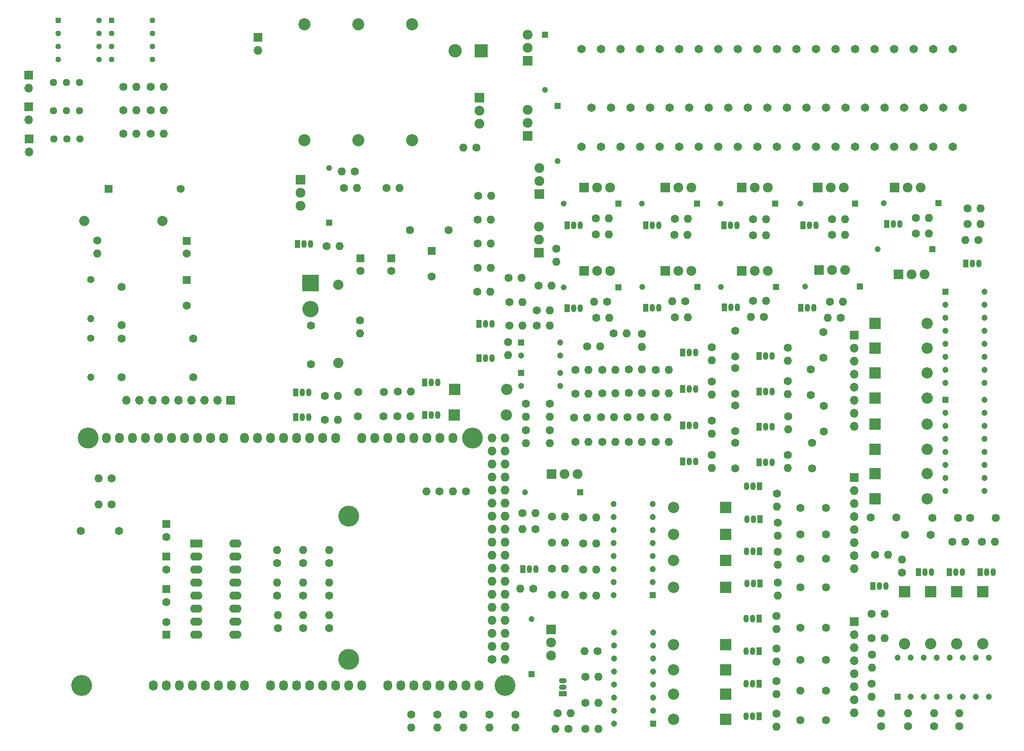
<source format=gbr>
G04 #@! TF.GenerationSoftware,KiCad,Pcbnew,(6.0.0)*
G04 #@! TF.CreationDate,2022-05-11T19:18:30-07:00*
G04 #@! TF.ProjectId,CampKeen,43616d70-4b65-4656-9e2e-6b696361645f,rev?*
G04 #@! TF.SameCoordinates,Original*
G04 #@! TF.FileFunction,Soldermask,Bot*
G04 #@! TF.FilePolarity,Negative*
%FSLAX46Y46*%
G04 Gerber Fmt 4.6, Leading zero omitted, Abs format (unit mm)*
G04 Created by KiCad (PCBNEW (6.0.0)) date 2022-05-11 19:18:30*
%MOMM*%
%LPD*%
G01*
G04 APERTURE LIST*
%ADD10C,1.727200*%
%ADD11O,1.727200X1.727200*%
%ADD12O,1.727200X2.032000*%
%ADD13C,4.064000*%
%ADD14C,1.600000*%
%ADD15R,1.600000X1.600000*%
%ADD16R,2.600000X2.600000*%
%ADD17C,2.600000*%
%ADD18C,1.650000*%
%ADD19R,1.700000X1.700000*%
%ADD20O,1.700000X1.700000*%
%ADD21C,2.000000*%
%ADD22O,2.000000X2.000000*%
%ADD23O,1.600000X1.600000*%
%ADD24C,2.360000*%
%ADD25R,2.400000X1.600000*%
%ADD26O,2.400000X1.600000*%
%ADD27R,1.575000X1.575000*%
%ADD28C,1.575000*%
%ADD29C,1.400000*%
%ADD30O,1.400000X1.400000*%
%ADD31R,3.200000X3.200000*%
%ADD32O,3.200000X3.200000*%
%ADD33R,1.920000X1.920000*%
%ADD34C,1.920000*%
%ADD35R,2.200000X2.200000*%
%ADD36O,2.200000X2.200000*%
%ADD37R,1.130000X1.130000*%
%ADD38C,1.130000*%
%ADD39R,1.200000X1.200000*%
%ADD40C,1.200000*%
%ADD41R,1.500000X1.050000*%
%ADD42O,1.500000X1.050000*%
%ADD43R,1.050000X1.500000*%
%ADD44O,1.050000X1.500000*%
%ADD45C,1.440000*%
%ADD46R,1.150000X1.150000*%
%ADD47C,1.150000*%
G04 APERTURE END LIST*
D10*
X195153000Y-219416000D03*
D11*
X197693000Y-219416000D03*
X195153000Y-216876000D03*
X197693000Y-216876000D03*
X195153000Y-214336000D03*
X197693000Y-214336000D03*
X195153000Y-211796000D03*
X197693000Y-211796000D03*
X195153000Y-209256000D03*
X197693000Y-209256000D03*
X195153000Y-206716000D03*
X197693000Y-206716000D03*
X195153000Y-204176000D03*
X197693000Y-204176000D03*
X195153000Y-201636000D03*
X197693000Y-201636000D03*
X195153000Y-199096000D03*
X197693000Y-199096000D03*
X195153000Y-196556000D03*
X197693000Y-196556000D03*
X195153000Y-194016000D03*
X197693000Y-194016000D03*
X195153000Y-191476000D03*
X197693000Y-191476000D03*
X195153000Y-188936000D03*
X197693000Y-188936000D03*
X195153000Y-186396000D03*
X197693000Y-186396000D03*
X195153000Y-183856000D03*
X197693000Y-183856000D03*
X195153000Y-181316000D03*
X197693000Y-181316000D03*
X195153000Y-178776000D03*
X197693000Y-178776000D03*
X195153000Y-176236000D03*
X197693000Y-176236000D03*
D12*
X129113000Y-224496000D03*
X131653000Y-224496000D03*
X134193000Y-224496000D03*
X136733000Y-224496000D03*
X139273000Y-224496000D03*
X141813000Y-224496000D03*
X144353000Y-224496000D03*
X146893000Y-224496000D03*
X151973000Y-224496000D03*
X154513000Y-224496000D03*
X157053000Y-224496000D03*
X159593000Y-224496000D03*
X162133000Y-224496000D03*
X164673000Y-224496000D03*
X167213000Y-224496000D03*
X169753000Y-224496000D03*
X174833000Y-224496000D03*
X177373000Y-224496000D03*
X179913000Y-224496000D03*
X182453000Y-224496000D03*
X184993000Y-224496000D03*
X187533000Y-224496000D03*
X190073000Y-224496000D03*
X192613000Y-224496000D03*
X119969000Y-176236000D03*
X122509000Y-176236000D03*
X125049000Y-176236000D03*
X127589000Y-176236000D03*
X130129000Y-176236000D03*
X132669000Y-176236000D03*
X135209000Y-176236000D03*
X137749000Y-176236000D03*
X140289000Y-176236000D03*
X142829000Y-176236000D03*
X146893000Y-176236000D03*
X149433000Y-176236000D03*
X151973000Y-176236000D03*
X154513000Y-176236000D03*
X157053000Y-176236000D03*
X159593000Y-176236000D03*
X162133000Y-176236000D03*
X164673000Y-176236000D03*
X169753000Y-176236000D03*
X172293000Y-176236000D03*
X174833000Y-176236000D03*
X177373000Y-176236000D03*
X179913000Y-176236000D03*
X182453000Y-176236000D03*
X184993000Y-176236000D03*
X187533000Y-176236000D03*
D13*
X115143000Y-224496000D03*
X167213000Y-219416000D03*
X197693000Y-224496000D03*
X116413000Y-176236000D03*
X167213000Y-191476000D03*
X191343000Y-176236000D03*
D14*
X179170000Y-135640400D03*
X186670000Y-135640400D03*
X159861000Y-154329000D03*
X159861000Y-161829000D03*
D15*
X169486900Y-141164800D03*
D14*
X169486900Y-143664800D03*
D15*
X183409200Y-139716700D03*
D14*
X183409200Y-144716700D03*
X122428000Y-194310000D03*
X114928000Y-194310000D03*
D15*
X131653000Y-199350000D03*
D14*
X131653000Y-201850000D03*
D15*
X131653000Y-214590000D03*
D14*
X131653000Y-212090000D03*
D15*
X131653000Y-205700000D03*
D14*
X131653000Y-208200000D03*
D15*
X131653000Y-193000000D03*
D14*
X131653000Y-195500000D03*
D16*
X193026000Y-100701500D03*
D17*
X187946000Y-100701500D03*
D18*
X224028000Y-119380000D03*
X225928000Y-111760000D03*
X224028000Y-100330000D03*
X220218000Y-119380000D03*
X222118000Y-111760000D03*
X220218000Y-100330000D03*
X216408000Y-119380000D03*
X218308000Y-111760000D03*
X216408000Y-100330000D03*
X212598000Y-119380000D03*
X214498000Y-111760000D03*
X212598000Y-100330000D03*
X269748000Y-119380000D03*
X271648000Y-111760000D03*
X269748000Y-100330000D03*
X265938000Y-119380000D03*
X267838000Y-111760000D03*
X265938000Y-100330000D03*
X262128000Y-119380000D03*
X264028000Y-111760000D03*
X262128000Y-100330000D03*
X258318000Y-119380000D03*
X260218000Y-111760000D03*
X258318000Y-100330000D03*
X239268000Y-119380000D03*
X241168000Y-111760000D03*
X239268000Y-100330000D03*
X235458000Y-119380000D03*
X237358000Y-111760000D03*
X235458000Y-100330000D03*
X231648000Y-119380000D03*
X233548000Y-111760000D03*
X231648000Y-100330000D03*
X227838000Y-119380000D03*
X229738000Y-111760000D03*
X227838000Y-100330000D03*
D19*
X265765000Y-156170000D03*
D20*
X265765000Y-158710000D03*
X265765000Y-161250000D03*
X265765000Y-163790000D03*
X265765000Y-166330000D03*
X265765000Y-168870000D03*
X265765000Y-171410000D03*
X265765000Y-173950000D03*
D19*
X265765000Y-212050000D03*
D20*
X265765000Y-214590000D03*
X265765000Y-217130000D03*
X265765000Y-219670000D03*
X265765000Y-222210000D03*
X265765000Y-224750000D03*
X265765000Y-227290000D03*
X265765000Y-229830000D03*
D19*
X265765000Y-183905000D03*
D20*
X265765000Y-186445000D03*
X265765000Y-188985000D03*
X265765000Y-191525000D03*
X265765000Y-194065000D03*
X265765000Y-196605000D03*
X265765000Y-199145000D03*
X265765000Y-201685000D03*
D21*
X165185800Y-146307300D03*
D22*
X165185800Y-161547300D03*
D14*
X169404200Y-153310400D03*
D23*
X169404200Y-155850400D03*
D14*
X120985000Y-184110000D03*
D23*
X118445000Y-184110000D03*
D14*
X120985000Y-189190000D03*
D23*
X118445000Y-189190000D03*
D24*
X179552400Y-95581200D03*
X179552400Y-118181200D03*
D25*
X137495000Y-196810000D03*
D26*
X137495000Y-199350000D03*
X137495000Y-201890000D03*
X137495000Y-204430000D03*
X137495000Y-206970000D03*
X137495000Y-209510000D03*
X137495000Y-212050000D03*
X137495000Y-214590000D03*
X145115000Y-214590000D03*
X145115000Y-212050000D03*
X145115000Y-209510000D03*
X145115000Y-206970000D03*
X145115000Y-204430000D03*
X145115000Y-201890000D03*
X145115000Y-199350000D03*
X145115000Y-196810000D03*
D18*
X254508000Y-119380000D03*
X256408000Y-111760000D03*
X254508000Y-100330000D03*
X250698000Y-119380000D03*
X252598000Y-111760000D03*
X250698000Y-100330000D03*
X246888000Y-119380000D03*
X248788000Y-111760000D03*
X246888000Y-100330000D03*
X243078000Y-119380000D03*
X244978000Y-111760000D03*
X243078000Y-100330000D03*
D14*
X122915000Y-156840200D03*
X122915000Y-164340200D03*
X122915000Y-154260200D03*
X122915000Y-146760200D03*
X136885000Y-156840200D03*
X136885000Y-164340200D03*
D15*
X135615000Y-137790200D03*
D14*
X135615000Y-140290200D03*
D15*
X135615000Y-145410200D03*
D14*
X135615000Y-150410200D03*
D15*
X175473500Y-141164800D03*
D14*
X175473500Y-143664800D03*
D27*
X120375000Y-127630200D03*
D28*
X134475000Y-127630200D03*
D21*
X130870000Y-133940200D03*
D22*
X115630000Y-133940200D03*
D14*
X118170000Y-137750200D03*
D23*
X118170000Y-140290200D03*
D29*
X116900000Y-156800200D03*
D30*
X116900000Y-164420200D03*
D29*
X116900000Y-145370200D03*
D30*
X116900000Y-152990200D03*
D31*
X159766200Y-146010200D03*
D32*
X159766200Y-151090200D03*
D33*
X192676000Y-109894400D03*
D34*
X192676000Y-112434400D03*
X192676000Y-114974400D03*
D14*
X192065700Y-119630700D03*
D23*
X189525700Y-119630700D03*
D19*
X144205000Y-168865200D03*
D20*
X141665000Y-168865200D03*
X139125000Y-168865200D03*
X136585000Y-168865200D03*
X134045000Y-168865200D03*
X131505000Y-168865200D03*
X128965000Y-168865200D03*
X126425000Y-168865200D03*
X123885000Y-168865200D03*
D18*
X284988000Y-119380000D03*
X286888000Y-111760000D03*
X284988000Y-100330000D03*
X281178000Y-119380000D03*
X283078000Y-111760000D03*
X281178000Y-100330000D03*
X277368000Y-119380000D03*
X279268000Y-111760000D03*
X277368000Y-100330000D03*
X273558000Y-119380000D03*
X275458000Y-111760000D03*
X273558000Y-100330000D03*
D24*
X169058859Y-95576059D03*
X169058859Y-118176059D03*
D14*
X255238900Y-231305000D03*
X260238900Y-231305000D03*
X255238900Y-225480400D03*
X260238900Y-225480400D03*
X255238900Y-219496300D03*
X260238900Y-219496300D03*
X255238900Y-213272800D03*
X260238900Y-213272800D03*
X255238900Y-205334400D03*
X260238900Y-205334400D03*
X255238900Y-199749200D03*
X260238900Y-199749200D03*
X255238900Y-189855400D03*
X260238900Y-189855400D03*
X255238900Y-195015000D03*
X260238900Y-195015000D03*
X268936700Y-191762600D03*
X273936700Y-191762600D03*
X288350700Y-191823900D03*
X293350700Y-191823900D03*
X275641600Y-195151700D03*
X280641600Y-195151700D03*
X280994500Y-191807700D03*
X285994500Y-191807700D03*
X259789000Y-155594600D03*
X259789000Y-160594600D03*
X257329700Y-162812500D03*
X257329700Y-167812500D03*
X259811300Y-169981400D03*
X259811300Y-174981400D03*
X257571100Y-177164100D03*
X257571100Y-182164100D03*
X242546100Y-155355000D03*
X242546100Y-160355000D03*
X242546100Y-162619600D03*
X242546100Y-167619600D03*
X169105700Y-167258900D03*
X174105700Y-167258900D03*
X169009800Y-172008200D03*
X174009800Y-172008200D03*
X242546100Y-169884100D03*
X242546100Y-174884100D03*
X242561800Y-177164100D03*
X242561800Y-182164100D03*
D35*
X240680900Y-231125800D03*
D36*
X230520900Y-231125800D03*
D35*
X269853100Y-173532700D03*
D36*
X280013100Y-173532700D03*
D35*
X240680900Y-226209700D03*
D36*
X230520900Y-226209700D03*
D35*
X240680900Y-216544100D03*
D36*
X230520900Y-216544100D03*
D35*
X240680900Y-221420000D03*
D36*
X230520900Y-221420000D03*
D35*
X240680900Y-205352800D03*
D36*
X230520900Y-205352800D03*
D35*
X240680900Y-195033400D03*
D36*
X230520900Y-195033400D03*
D35*
X240680900Y-200139900D03*
D36*
X230520900Y-200139900D03*
D35*
X240680900Y-189820600D03*
D36*
X230520900Y-189820600D03*
D35*
X275620200Y-206197400D03*
D36*
X275620200Y-216357400D03*
D35*
X280700200Y-206197400D03*
D36*
X280700200Y-216357400D03*
D35*
X285780200Y-206197400D03*
D36*
X285780200Y-216357400D03*
D35*
X290860200Y-206197400D03*
D36*
X290860200Y-216357400D03*
D35*
X269853100Y-178457200D03*
D36*
X280013100Y-178457200D03*
D35*
X269853100Y-183182700D03*
D36*
X280013100Y-183182700D03*
D35*
X269853100Y-188119400D03*
D36*
X280013100Y-188119400D03*
D35*
X187844900Y-166746900D03*
D36*
X198004900Y-166746900D03*
D35*
X187773600Y-171742900D03*
D36*
X197933600Y-171742900D03*
D35*
X269853100Y-153902800D03*
D36*
X280013100Y-153902800D03*
D35*
X269853100Y-158714300D03*
D36*
X280013100Y-158714300D03*
D35*
X269853100Y-163542200D03*
D36*
X280013100Y-163542200D03*
D35*
X269853100Y-168457600D03*
D36*
X280013100Y-168457600D03*
D37*
X121009000Y-94810400D03*
D38*
X121009000Y-97350400D03*
X121009000Y-99890400D03*
X121009000Y-102430400D03*
X128949000Y-102430400D03*
X128949000Y-99890400D03*
X128949000Y-97350400D03*
X128949000Y-94810400D03*
D37*
X110543800Y-94810400D03*
D38*
X110543800Y-97350400D03*
X110543800Y-99890400D03*
X110543800Y-102430400D03*
X118483800Y-102430400D03*
X118483800Y-99890400D03*
X118483800Y-97350400D03*
X118483800Y-94810400D03*
D39*
X200847400Y-157646900D03*
D40*
X200847400Y-160186900D03*
X208467400Y-160186900D03*
X208467400Y-157646900D03*
D39*
X200847400Y-163566100D03*
D40*
X200847400Y-166106100D03*
X208467400Y-166106100D03*
X208467400Y-163566100D03*
D19*
X104852500Y-117867000D03*
D20*
X104852500Y-120407000D03*
D19*
X104824700Y-111614900D03*
D20*
X104824700Y-114154900D03*
D19*
X104834900Y-105453700D03*
D20*
X104834900Y-107993700D03*
D24*
X158575900Y-118181200D03*
X158575900Y-95581200D03*
D41*
X208984900Y-226137200D03*
D42*
X208984900Y-224867200D03*
X208984900Y-223597200D03*
D33*
X206626700Y-213539500D03*
D34*
X206626700Y-216079500D03*
X206626700Y-218619500D03*
D43*
X247233200Y-230485000D03*
D44*
X245963200Y-230485000D03*
X244693200Y-230485000D03*
D43*
X247233200Y-224135000D03*
D44*
X245963200Y-224135000D03*
X244693200Y-224135000D03*
D43*
X247233200Y-217785000D03*
D44*
X245963200Y-217785000D03*
X244693200Y-217785000D03*
D43*
X247233200Y-211435000D03*
D44*
X245963200Y-211435000D03*
X244693200Y-211435000D03*
D43*
X157200500Y-138410300D03*
D44*
X158470500Y-138410300D03*
X159740500Y-138410300D03*
D33*
X157799800Y-125864700D03*
D34*
X157799800Y-128404700D03*
X157799800Y-130944700D03*
D43*
X201124800Y-201797100D03*
D44*
X202394800Y-201797100D03*
X203664800Y-201797100D03*
D33*
X206736600Y-183286100D03*
D34*
X209276600Y-183286100D03*
X211816600Y-183286100D03*
D43*
X247395700Y-204619600D03*
D44*
X246125700Y-204619600D03*
X244855700Y-204619600D03*
D43*
X247306600Y-198366100D03*
D44*
X246036600Y-198366100D03*
X244766600Y-198366100D03*
D43*
X247313200Y-185653200D03*
D44*
X246043200Y-185653200D03*
X244773200Y-185653200D03*
D43*
X247366400Y-192036300D03*
D44*
X246096400Y-192036300D03*
X244826400Y-192036300D03*
D43*
X269388700Y-205133500D03*
D44*
X270658700Y-205133500D03*
X271928700Y-205133500D03*
D43*
X290287600Y-202401200D03*
D44*
X291557600Y-202401200D03*
X292827600Y-202401200D03*
D43*
X278306800Y-202401200D03*
D44*
X279576800Y-202401200D03*
X280846800Y-202401200D03*
D43*
X284297200Y-202401200D03*
D44*
X285567200Y-202401200D03*
X286837200Y-202401200D03*
D43*
X247184700Y-160263300D03*
D44*
X248454700Y-160263300D03*
X249724700Y-160263300D03*
D43*
X247184700Y-167157700D03*
D44*
X248454700Y-167157700D03*
X249724700Y-167157700D03*
D43*
X247184700Y-174052000D03*
D44*
X248454700Y-174052000D03*
X249724700Y-174052000D03*
D43*
X247184700Y-180946400D03*
D44*
X248454700Y-180946400D03*
X249724700Y-180946400D03*
D43*
X232355400Y-159553300D03*
D44*
X233625400Y-159553300D03*
X234895400Y-159553300D03*
D43*
X232355400Y-166644300D03*
D44*
X233625400Y-166644300D03*
X234895400Y-166644300D03*
D43*
X182001000Y-165390600D03*
D44*
X183271000Y-165390600D03*
X184541000Y-165390600D03*
D43*
X182001000Y-171723000D03*
D44*
X183271000Y-171723000D03*
X184541000Y-171723000D03*
D43*
X232355400Y-173735300D03*
D44*
X233625400Y-173735300D03*
X234895400Y-173735300D03*
D43*
X232355400Y-180826300D03*
D44*
X233625400Y-180826300D03*
X234895400Y-180826300D03*
D43*
X209768900Y-134734400D03*
D44*
X211038900Y-134734400D03*
X212308900Y-134734400D03*
D43*
X225114700Y-150857700D03*
D44*
X226384700Y-150857700D03*
X227654700Y-150857700D03*
D33*
X213088400Y-127384000D03*
D34*
X215628400Y-127384000D03*
X218168400Y-127384000D03*
D33*
X228953000Y-143602200D03*
D34*
X231493000Y-143602200D03*
X234033000Y-143602200D03*
D43*
X209810700Y-150902700D03*
D44*
X211080700Y-150902700D03*
X212350700Y-150902700D03*
D33*
X213088400Y-143602200D03*
D34*
X215628400Y-143602200D03*
X218168400Y-143602200D03*
D43*
X225107000Y-134714600D03*
D44*
X226377000Y-134714600D03*
X227647000Y-134714600D03*
D33*
X228953000Y-127384000D03*
D34*
X231493000Y-127384000D03*
X234033000Y-127384000D03*
D43*
X240351700Y-134768200D03*
D44*
X241621700Y-134768200D03*
X242891700Y-134768200D03*
D33*
X243794000Y-127384000D03*
D34*
X246334000Y-127384000D03*
X248874000Y-127384000D03*
D43*
X287479500Y-142206100D03*
D44*
X288749500Y-142206100D03*
X290019500Y-142206100D03*
D33*
X274354900Y-144311500D03*
D34*
X276894900Y-144311500D03*
X279434900Y-144311500D03*
D43*
X272112700Y-134507000D03*
D44*
X273382700Y-134507000D03*
X274652700Y-134507000D03*
D43*
X255369800Y-150820800D03*
D44*
X256639800Y-150820800D03*
X257909800Y-150820800D03*
D33*
X273644600Y-127384000D03*
D34*
X276184600Y-127384000D03*
X278724600Y-127384000D03*
D33*
X258866800Y-143498500D03*
D34*
X261406800Y-143498500D03*
X263946800Y-143498500D03*
D43*
X156888000Y-167302200D03*
D44*
X158158000Y-167302200D03*
X159428000Y-167302200D03*
D33*
X202090500Y-117335600D03*
D34*
X202090500Y-114795600D03*
X202090500Y-112255600D03*
D43*
X255804100Y-134768200D03*
D44*
X257074100Y-134768200D03*
X258344100Y-134768200D03*
D33*
X258650200Y-127384000D03*
D34*
X261190200Y-127384000D03*
X263730200Y-127384000D03*
D43*
X192629500Y-160651900D03*
D44*
X193899500Y-160651900D03*
X195169500Y-160651900D03*
D33*
X202090500Y-102629000D03*
D34*
X202090500Y-100089000D03*
X202090500Y-97549000D03*
D43*
X240412800Y-150774300D03*
D44*
X241682800Y-150774300D03*
X242952800Y-150774300D03*
D33*
X243794000Y-143602200D03*
D34*
X246334000Y-143602200D03*
X248874000Y-143602200D03*
D43*
X156888000Y-172151300D03*
D44*
X158158000Y-172151300D03*
X159428000Y-172151300D03*
D33*
X204402600Y-128661100D03*
D34*
X204402600Y-126121100D03*
X204402600Y-123581100D03*
D43*
X192629500Y-153972200D03*
D44*
X193899500Y-153972200D03*
X195169500Y-153972200D03*
D33*
X204297600Y-140048200D03*
D34*
X204297600Y-137508200D03*
X204297600Y-134968200D03*
D39*
X226547900Y-231942300D03*
D40*
X226547900Y-229402300D03*
X226547900Y-226862300D03*
X226547900Y-224322300D03*
X226547900Y-221782300D03*
X226547900Y-219242300D03*
X226547900Y-216702300D03*
X226547900Y-214162300D03*
X218927900Y-214162300D03*
X218927900Y-216702300D03*
X218927900Y-219242300D03*
X218927900Y-221782300D03*
X218927900Y-224322300D03*
X218927900Y-226862300D03*
X218927900Y-229402300D03*
X218927900Y-231942300D03*
D39*
X226451200Y-206913800D03*
D40*
X226451200Y-204373800D03*
X226451200Y-201833800D03*
X226451200Y-199293800D03*
X226451200Y-196753800D03*
X226451200Y-194213800D03*
X226451200Y-191673800D03*
X226451200Y-189133800D03*
X218831200Y-189133800D03*
X218831200Y-191673800D03*
X218831200Y-194213800D03*
X218831200Y-196753800D03*
X218831200Y-199293800D03*
X218831200Y-201833800D03*
X218831200Y-204373800D03*
X218831200Y-206913800D03*
D39*
X274227500Y-226685600D03*
D40*
X276767500Y-226685600D03*
X279307500Y-226685600D03*
X281847500Y-226685600D03*
X284387500Y-226685600D03*
X286927500Y-226685600D03*
X289467500Y-226685600D03*
X292007500Y-226685600D03*
X292007500Y-219065600D03*
X289467500Y-219065600D03*
X286927500Y-219065600D03*
X284387500Y-219065600D03*
X281847500Y-219065600D03*
X279307500Y-219065600D03*
X276767500Y-219065600D03*
X274227500Y-219065600D03*
D39*
X283566300Y-168792100D03*
D40*
X283566300Y-171332100D03*
X283566300Y-173872100D03*
X283566300Y-176412100D03*
X283566300Y-178952100D03*
X283566300Y-181492100D03*
X283566300Y-184032100D03*
X283566300Y-186572100D03*
X291186300Y-186572100D03*
X291186300Y-184032100D03*
X291186300Y-181492100D03*
X291186300Y-178952100D03*
X291186300Y-176412100D03*
X291186300Y-173872100D03*
X291186300Y-171332100D03*
X291186300Y-168792100D03*
D39*
X283566300Y-147678000D03*
D40*
X283566300Y-150218000D03*
X283566300Y-152758000D03*
X283566300Y-155298000D03*
X283566300Y-157838000D03*
X283566300Y-160378000D03*
X283566300Y-162918000D03*
X283566300Y-165458000D03*
X291186300Y-165458000D03*
X291186300Y-162918000D03*
X291186300Y-160378000D03*
X291186300Y-157838000D03*
X291186300Y-155298000D03*
X291186300Y-152758000D03*
X291186300Y-150218000D03*
X291186300Y-147678000D03*
D14*
X123288700Y-107720500D03*
D23*
X125828700Y-107720500D03*
D14*
X123288700Y-112270100D03*
D23*
X125828700Y-112270100D03*
D14*
X128563900Y-116879300D03*
D23*
X131103900Y-116879300D03*
D14*
X128563900Y-107720500D03*
D23*
X131103900Y-107720500D03*
D14*
X128563900Y-112270100D03*
D23*
X131103900Y-112270100D03*
D14*
X123288700Y-116879300D03*
D23*
X125828700Y-116879300D03*
D14*
X271048000Y-232475500D03*
D23*
X271048000Y-229935500D03*
D14*
X215722800Y-217785100D03*
D23*
X213182800Y-217785100D03*
D14*
X210021300Y-232987200D03*
D23*
X207481300Y-232987200D03*
D14*
X207959300Y-229910900D03*
D23*
X210499300Y-229910900D03*
D14*
X250595300Y-229984200D03*
D23*
X250595300Y-232524200D03*
D14*
X250595300Y-223634200D03*
D23*
X250595300Y-226174200D03*
D14*
X213357200Y-232952800D03*
D23*
X215897200Y-232952800D03*
D14*
X213357200Y-227872800D03*
D23*
X215897200Y-227872800D03*
D14*
X250595300Y-217284200D03*
D23*
X250595300Y-219824200D03*
D14*
X250595300Y-210934200D03*
D23*
X250595300Y-213474200D03*
D14*
X194645900Y-230131700D03*
D23*
X194645900Y-232671700D03*
D14*
X199725900Y-230131700D03*
D23*
X199725900Y-232671700D03*
D14*
X153243000Y-200620000D03*
D23*
X153243000Y-198080000D03*
D14*
X158323000Y-200620000D03*
D23*
X158323000Y-198080000D03*
D14*
X163403000Y-200620000D03*
D23*
X163403000Y-198080000D03*
D14*
X153243000Y-206970000D03*
D23*
X153243000Y-204430000D03*
D14*
X158323000Y-206970000D03*
D23*
X158323000Y-204430000D03*
D14*
X163403000Y-206970000D03*
D23*
X163403000Y-204430000D03*
D14*
X153428000Y-213320000D03*
D23*
X153428000Y-210780000D03*
D14*
X158323000Y-213320000D03*
D23*
X158323000Y-210780000D03*
D14*
X163403000Y-213320000D03*
D23*
X163403000Y-210780000D03*
D14*
X162873400Y-138774700D03*
D23*
X165413400Y-138774700D03*
D14*
X166282200Y-127450500D03*
D23*
X168822200Y-127450500D03*
D14*
X168428300Y-124281900D03*
D23*
X165888300Y-124281900D03*
D14*
X184903700Y-186662400D03*
D23*
X182363700Y-186662400D03*
D14*
X190073000Y-186650000D03*
D23*
X187533000Y-186650000D03*
D14*
X203199300Y-205626900D03*
D23*
X200659300Y-205626900D03*
D14*
X201111600Y-190892600D03*
D23*
X203651600Y-190892600D03*
D14*
X203611700Y-194031000D03*
D23*
X201071700Y-194031000D03*
D14*
X250823900Y-204430100D03*
D23*
X250823900Y-206970100D03*
D14*
X250823900Y-198419300D03*
D23*
X250823900Y-200959300D03*
D14*
X206843000Y-206790000D03*
D23*
X209383000Y-206790000D03*
D14*
X206843000Y-191550000D03*
D23*
X209383000Y-191550000D03*
D14*
X250664400Y-187089400D03*
D23*
X250664400Y-189629400D03*
D14*
X250823900Y-192727800D03*
D23*
X250823900Y-195267800D03*
D14*
X206843000Y-201710000D03*
D23*
X209383000Y-201710000D03*
D14*
X206843000Y-196630000D03*
D23*
X209383000Y-196630000D03*
D14*
X269782700Y-199026400D03*
D23*
X272322700Y-199026400D03*
D14*
X290659700Y-196482800D03*
D23*
X293199700Y-196482800D03*
D14*
X269111100Y-210560100D03*
D23*
X271651100Y-210560100D03*
D14*
X269182100Y-224124200D03*
D23*
X269182100Y-226664200D03*
D14*
X275030700Y-202454300D03*
D23*
X275030700Y-199914300D03*
D14*
X284856100Y-196482800D03*
D23*
X287396100Y-196482800D03*
D14*
X269242100Y-218480700D03*
D23*
X269242100Y-221020700D03*
D14*
X269111100Y-215283000D03*
D23*
X271651100Y-215283000D03*
D14*
X252820200Y-158656600D03*
D23*
X252820200Y-161196600D03*
D14*
X252789100Y-165171700D03*
D23*
X252789100Y-167711700D03*
D14*
X252864700Y-171998200D03*
D23*
X252864700Y-174538200D03*
D14*
X252788200Y-179524000D03*
D23*
X252788200Y-182064000D03*
D14*
X216627800Y-167522500D03*
D23*
X219167800Y-167522500D03*
D14*
X216627800Y-176956000D03*
D23*
X219167800Y-176956000D03*
D14*
X216627800Y-162914600D03*
D23*
X219167800Y-162914600D03*
D14*
X216363300Y-172195100D03*
D23*
X218903300Y-172195100D03*
D14*
X237998900Y-158560600D03*
D23*
X237998900Y-161100600D03*
D14*
X237998900Y-165224800D03*
D23*
X237998900Y-167764800D03*
D14*
X176781300Y-167210900D03*
D23*
X179321300Y-167210900D03*
D14*
X213357200Y-222792800D03*
D23*
X215897200Y-222792800D03*
D14*
X184485900Y-230131700D03*
D23*
X184485900Y-232671700D03*
D14*
X179405900Y-230131700D03*
D23*
X179405900Y-232671700D03*
D14*
X176685400Y-171960200D03*
D23*
X179225400Y-171960200D03*
D14*
X237998900Y-172868000D03*
D23*
X237998900Y-175408000D03*
D14*
X237998900Y-179547100D03*
D23*
X237998900Y-182087100D03*
D14*
X189565900Y-230131700D03*
D23*
X189565900Y-232671700D03*
D14*
X212893300Y-206930100D03*
D23*
X215433300Y-206930100D03*
D14*
X212893300Y-201850100D03*
D23*
X215433300Y-201850100D03*
D14*
X203843100Y-151304500D03*
D23*
X206383100Y-151304500D03*
D14*
X198498800Y-149707200D03*
D23*
X201038800Y-149707200D03*
D14*
X215386600Y-133431600D03*
D23*
X217926600Y-133431600D03*
D14*
X215394100Y-136519100D03*
D23*
X217934100Y-136519100D03*
D14*
X232861800Y-149583000D03*
D23*
X230321800Y-149583000D03*
D14*
X230785700Y-152697100D03*
D23*
X233325700Y-152697100D03*
D14*
X224314700Y-155913500D03*
D23*
X224314700Y-158453500D03*
D14*
X217611700Y-149660500D03*
D23*
X215071700Y-149660500D03*
D14*
X215478200Y-152773600D03*
D23*
X218018200Y-152773600D03*
D14*
X204230300Y-146512500D03*
D23*
X206770300Y-146512500D03*
D14*
X230777400Y-133479600D03*
D23*
X233317400Y-133479600D03*
D14*
X230739700Y-136612300D03*
D23*
X233279700Y-136612300D03*
D14*
X203843100Y-154305500D03*
D23*
X206383100Y-154305500D03*
D14*
X246012600Y-136666600D03*
D23*
X248552600Y-136666600D03*
D14*
X245989500Y-133538300D03*
D23*
X248529500Y-133538300D03*
D14*
X192401800Y-128994900D03*
D23*
X194941800Y-128994900D03*
D14*
X289945200Y-137654800D03*
D23*
X287405200Y-137654800D03*
D14*
X287837100Y-134475900D03*
D23*
X290377100Y-134475900D03*
D14*
X287848200Y-131402000D03*
D23*
X290388200Y-131402000D03*
D14*
X198492600Y-154316600D03*
D23*
X201032600Y-154316600D03*
D14*
X277740400Y-136393600D03*
D23*
X280280400Y-136393600D03*
D14*
X277760500Y-133287100D03*
D23*
X280300500Y-133287100D03*
D14*
X261013300Y-149626000D03*
D23*
X263553300Y-149626000D03*
D14*
X263114600Y-152802000D03*
D23*
X260574600Y-152802000D03*
D14*
X192393800Y-143011800D03*
D23*
X194933800Y-143011800D03*
D14*
X162580100Y-168035600D03*
D23*
X165120100Y-168035600D03*
D14*
X162580100Y-172694500D03*
D23*
X165120100Y-172694500D03*
D14*
X198367400Y-144984000D03*
D23*
X200907400Y-144984000D03*
D14*
X261444300Y-136632000D03*
D23*
X263984300Y-136632000D03*
D14*
X261444300Y-133533300D03*
D23*
X263984300Y-133533300D03*
D14*
X192385700Y-133645700D03*
D23*
X194925700Y-133645700D03*
D14*
X213721600Y-158353400D03*
D23*
X216261600Y-158353400D03*
D14*
X218887600Y-155849600D03*
D23*
X221427600Y-155849600D03*
D14*
X192321200Y-138324700D03*
D23*
X194861200Y-138324700D03*
D14*
X248142400Y-152614500D03*
D23*
X245602400Y-152614500D03*
D14*
X246034400Y-149519200D03*
D23*
X248574400Y-149519200D03*
D14*
X192296900Y-147701400D03*
D23*
X194836900Y-147701400D03*
D14*
X174581900Y-127498200D03*
D23*
X177121900Y-127498200D03*
D14*
X276271300Y-232475500D03*
D23*
X276271300Y-229935500D03*
D14*
X198254200Y-157521800D03*
D23*
X198254200Y-160061800D03*
D14*
X207714400Y-139352600D03*
D23*
X207714400Y-141892600D03*
D14*
X281314400Y-232475500D03*
D23*
X281314400Y-229935500D03*
D14*
X286267500Y-232475500D03*
D23*
X286267500Y-229935500D03*
D14*
X212893300Y-196770100D03*
D23*
X215433300Y-196770100D03*
D14*
X212893300Y-191690100D03*
D23*
X215433300Y-191690100D03*
D14*
X206390300Y-169539000D03*
D23*
X206390300Y-172079000D03*
D14*
X206390300Y-174744600D03*
D23*
X206390300Y-177284600D03*
D14*
X201717000Y-169539000D03*
D23*
X201717000Y-172079000D03*
D14*
X221836100Y-176956000D03*
D23*
X224376100Y-176956000D03*
D14*
X221571500Y-172135000D03*
D23*
X224111500Y-172135000D03*
D14*
X221836100Y-167462400D03*
D23*
X224376100Y-167462400D03*
D14*
X201717000Y-174744600D03*
D23*
X201717000Y-177284600D03*
D14*
X221836100Y-162854600D03*
D23*
X224376100Y-162854600D03*
D14*
X211419600Y-162974600D03*
D23*
X213959600Y-162974600D03*
D14*
X211419600Y-167582500D03*
D23*
X213959600Y-167582500D03*
D14*
X211419600Y-176956000D03*
D23*
X213959600Y-176956000D03*
D14*
X211155000Y-172255100D03*
D23*
X213695000Y-172255100D03*
D14*
X227044300Y-162914600D03*
D23*
X229584300Y-162914600D03*
D14*
X227044300Y-167522500D03*
D23*
X229584300Y-167522500D03*
D14*
X226779800Y-172195100D03*
D23*
X229319800Y-172195100D03*
D14*
X227044300Y-176956000D03*
D23*
X229584300Y-176956000D03*
D45*
X114761200Y-117885900D03*
X112221200Y-117885900D03*
X109681200Y-117885900D03*
X114755400Y-106876600D03*
X112215400Y-106876600D03*
X109675400Y-106876600D03*
X114740100Y-112371200D03*
X112200100Y-112371200D03*
X109660100Y-112371200D03*
D46*
X202850100Y-222263100D03*
D47*
X202850100Y-211563100D03*
D46*
X163401300Y-134266900D03*
D47*
X163401300Y-123566900D03*
D46*
X212321800Y-186796800D03*
D47*
X201621800Y-186796800D03*
D46*
X219823900Y-130532500D03*
D47*
X209123900Y-130532500D03*
D46*
X235169800Y-146806200D03*
D47*
X224469800Y-146806200D03*
D46*
X219823900Y-146839400D03*
D47*
X209123900Y-146839400D03*
D46*
X235082400Y-130532500D03*
D47*
X224382400Y-130532500D03*
D46*
X250385462Y-130531212D03*
D47*
X239685462Y-130531212D03*
D46*
X281029100Y-139409500D03*
D47*
X270329100Y-139409500D03*
D46*
X282184100Y-130440300D03*
D47*
X271484100Y-130440300D03*
D46*
X266870900Y-146718500D03*
D47*
X256170900Y-146718500D03*
D46*
X207899300Y-111480600D03*
D47*
X207899300Y-122180600D03*
D46*
X265931800Y-130532500D03*
D47*
X255231800Y-130532500D03*
D46*
X205502000Y-97603900D03*
D47*
X205502000Y-108303900D03*
D46*
X250492500Y-146769100D03*
D47*
X239792500Y-146769100D03*
D19*
X149507200Y-98101000D03*
D20*
X149507200Y-100641000D03*
M02*

</source>
